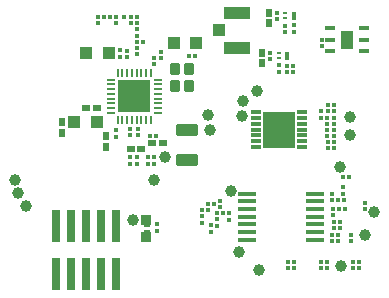
<source format=gtp>
G04 Layer_Color=8421504*
%FSLAX25Y25*%
%MOIN*%
G70*
G01*
G75*
%ADD10R,0.01400X0.01400*%
%ADD11R,0.01400X0.01400*%
%ADD12R,0.02913X0.10984*%
%ADD13R,0.01575X0.00984*%
%ADD14R,0.01575X0.02756*%
%ADD15R,0.02362X0.02559*%
G04:AMPARAMS|DCode=17|XSize=31.89mil|YSize=16.54mil|CornerRadius=2.07mil|HoleSize=0mil|Usage=FLASHONLY|Rotation=180.000|XOffset=0mil|YOffset=0mil|HoleType=Round|Shape=RoundedRectangle|*
%AMROUNDEDRECTD17*
21,1,0.03189,0.01240,0,0,180.0*
21,1,0.02776,0.01654,0,0,180.0*
1,1,0.00413,-0.01388,0.00620*
1,1,0.00413,0.01388,0.00620*
1,1,0.00413,0.01388,-0.00620*
1,1,0.00413,-0.01388,-0.00620*
%
%ADD17ROUNDEDRECTD17*%
G04:AMPARAMS|DCode=18|XSize=61.81mil|YSize=16.14mil|CornerRadius=2.02mil|HoleSize=0mil|Usage=FLASHONLY|Rotation=0.000|XOffset=0mil|YOffset=0mil|HoleType=Round|Shape=RoundedRectangle|*
%AMROUNDEDRECTD18*
21,1,0.06181,0.01211,0,0,0.0*
21,1,0.05778,0.01614,0,0,0.0*
1,1,0.00404,0.02889,-0.00605*
1,1,0.00404,-0.02889,-0.00605*
1,1,0.00404,-0.02889,0.00605*
1,1,0.00404,0.02889,0.00605*
%
%ADD18ROUNDEDRECTD18*%
%ADD19R,0.10630X0.12205*%
%ADD20R,0.03347X0.01181*%
%ADD21R,0.03937X0.03937*%
%ADD22R,0.08661X0.04134*%
%ADD23R,0.04134X0.03937*%
%ADD24R,0.02559X0.02362*%
%ADD25C,0.03937*%
%ADD26R,0.03740X0.03543*%
G04:AMPARAMS|DCode=27|XSize=39.37mil|YSize=70.87mil|CornerRadius=4.92mil|HoleSize=0mil|Usage=FLASHONLY|Rotation=270.000|XOffset=0mil|YOffset=0mil|HoleType=Round|Shape=RoundedRectangle|*
%AMROUNDEDRECTD27*
21,1,0.03937,0.06102,0,0,270.0*
21,1,0.02953,0.07087,0,0,270.0*
1,1,0.00984,-0.03051,-0.01476*
1,1,0.00984,-0.03051,0.01476*
1,1,0.00984,0.03051,0.01476*
1,1,0.00984,0.03051,-0.01476*
%
%ADD27ROUNDEDRECTD27*%
G04:AMPARAMS|DCode=28|XSize=37.4mil|YSize=33.47mil|CornerRadius=3.35mil|HoleSize=0mil|Usage=FLASHONLY|Rotation=90.000|XOffset=0mil|YOffset=0mil|HoleType=Round|Shape=RoundedRectangle|*
%AMROUNDEDRECTD28*
21,1,0.03740,0.02677,0,0,90.0*
21,1,0.03071,0.03347,0,0,90.0*
1,1,0.00669,0.01339,0.01535*
1,1,0.00669,0.01339,-0.01535*
1,1,0.00669,-0.01339,-0.01535*
1,1,0.00669,-0.01339,0.01535*
%
%ADD28ROUNDEDRECTD28*%
G04:AMPARAMS|DCode=29|XSize=8.66mil|YSize=29.92mil|CornerRadius=2.17mil|HoleSize=0mil|Usage=FLASHONLY|Rotation=180.000|XOffset=0mil|YOffset=0mil|HoleType=Round|Shape=RoundedRectangle|*
%AMROUNDEDRECTD29*
21,1,0.00866,0.02559,0,0,180.0*
21,1,0.00433,0.02992,0,0,180.0*
1,1,0.00433,-0.00217,0.01280*
1,1,0.00433,0.00217,0.01280*
1,1,0.00433,0.00217,-0.01280*
1,1,0.00433,-0.00217,-0.01280*
%
%ADD29ROUNDEDRECTD29*%
G04:AMPARAMS|DCode=30|XSize=8.66mil|YSize=29.92mil|CornerRadius=2.17mil|HoleSize=0mil|Usage=FLASHONLY|Rotation=270.000|XOffset=0mil|YOffset=0mil|HoleType=Round|Shape=RoundedRectangle|*
%AMROUNDEDRECTD30*
21,1,0.00866,0.02559,0,0,270.0*
21,1,0.00433,0.02992,0,0,270.0*
1,1,0.00433,-0.01280,-0.00217*
1,1,0.00433,-0.01280,0.00217*
1,1,0.00433,0.01280,0.00217*
1,1,0.00433,0.01280,-0.00217*
%
%ADD30ROUNDEDRECTD30*%
%ADD31R,0.11024X0.11024*%
%ADD65R,0.04724X0.04724*%
%ADD66R,0.04724X0.04724*%
G36*
X131381Y85092D02*
X127680D01*
Y91076D01*
X131381D01*
Y85092D01*
D02*
G37*
D10*
X81055Y29179D02*
D03*
Y27079D02*
D03*
X87332Y32208D02*
D03*
Y34308D02*
D03*
X106792Y77404D02*
D03*
Y79504D02*
D03*
X104015Y81594D02*
D03*
Y83694D02*
D03*
X111693Y92790D02*
D03*
Y90690D02*
D03*
X108927Y90654D02*
D03*
Y92754D02*
D03*
X106293Y94990D02*
D03*
Y97090D02*
D03*
X52515Y95662D02*
D03*
Y93562D02*
D03*
X46430Y95662D02*
D03*
Y93562D02*
D03*
X135361Y31438D02*
D03*
Y33538D02*
D03*
X126484Y20942D02*
D03*
Y23042D02*
D03*
X124496Y23045D02*
D03*
Y20945D02*
D03*
X130980Y20940D02*
D03*
Y23040D02*
D03*
X124759Y29589D02*
D03*
Y31689D02*
D03*
X124458Y34592D02*
D03*
Y36692D02*
D03*
X128089Y36693D02*
D03*
Y38793D02*
D03*
X123024Y64113D02*
D03*
Y66213D02*
D03*
X121187Y88034D02*
D03*
Y85934D02*
D03*
X84111Y26120D02*
D03*
Y24020D02*
D03*
X90292Y30195D02*
D03*
Y28095D02*
D03*
X59484Y46740D02*
D03*
Y48840D02*
D03*
X66258Y26535D02*
D03*
Y24435D02*
D03*
X53921Y84447D02*
D03*
Y82347D02*
D03*
X59453Y89370D02*
D03*
Y91470D02*
D03*
X57346Y58229D02*
D03*
Y56129D02*
D03*
X52628Y57785D02*
D03*
Y55685D02*
D03*
X56151Y82334D02*
D03*
Y84434D02*
D03*
X86174Y26100D02*
D03*
Y28200D02*
D03*
X125040Y64112D02*
D03*
Y66212D02*
D03*
X59444Y85371D02*
D03*
Y83271D02*
D03*
X65271Y81900D02*
D03*
Y79800D02*
D03*
X59871Y56119D02*
D03*
Y58219D02*
D03*
X63021Y48785D02*
D03*
Y46685D02*
D03*
X65203Y48786D02*
D03*
Y46686D02*
D03*
X57318Y48845D02*
D03*
Y46745D02*
D03*
X120997Y64114D02*
D03*
Y62014D02*
D03*
X67361Y81972D02*
D03*
Y84072D02*
D03*
D11*
X81075Y31192D02*
D03*
X83175D02*
D03*
X109541Y79360D02*
D03*
X111641D02*
D03*
X109697Y11970D02*
D03*
X111797D02*
D03*
X109697Y13980D02*
D03*
X111797D02*
D03*
X120806Y11982D02*
D03*
X122906D02*
D03*
X120804Y13985D02*
D03*
X122904D02*
D03*
X131499Y13808D02*
D03*
X133599D02*
D03*
X131499Y11790D02*
D03*
X133599D02*
D03*
X128860Y31701D02*
D03*
X126760D02*
D03*
X128561Y34567D02*
D03*
X126461D02*
D03*
X109544Y77363D02*
D03*
X111644D02*
D03*
X128065Y42172D02*
D03*
X130165D02*
D03*
X125134Y51972D02*
D03*
X123034D02*
D03*
X125120Y53930D02*
D03*
X123020D02*
D03*
X125110Y55919D02*
D03*
X123010D02*
D03*
X125110Y57927D02*
D03*
X123010D02*
D03*
X125115Y59984D02*
D03*
X123015D02*
D03*
X125114Y62008D02*
D03*
X123014D02*
D03*
X127130Y25337D02*
D03*
X125030D02*
D03*
X86185Y30198D02*
D03*
X88285D02*
D03*
X127131Y27318D02*
D03*
X125031D02*
D03*
X76846Y82734D02*
D03*
X78946D02*
D03*
X59459Y93622D02*
D03*
X57359D02*
D03*
X50542Y95660D02*
D03*
X48442D02*
D03*
X59444Y87370D02*
D03*
X61544D02*
D03*
X55258Y95666D02*
D03*
X57358D02*
D03*
X59460Y95667D02*
D03*
X57360D02*
D03*
X63870Y56091D02*
D03*
X65970D02*
D03*
X83170Y33252D02*
D03*
X85270D02*
D03*
D12*
X37672Y25823D02*
D03*
X32672D02*
D03*
Y9799D02*
D03*
X37672D02*
D03*
X42672Y25823D02*
D03*
X47672D02*
D03*
X52672D02*
D03*
X42672Y9799D02*
D03*
X47672D02*
D03*
X52672D02*
D03*
D13*
X108945Y95183D02*
D03*
Y96955D02*
D03*
X106785Y83624D02*
D03*
Y81852D02*
D03*
D14*
X111701Y96069D02*
D03*
X109541Y82738D02*
D03*
D15*
X101278Y80138D02*
D03*
Y83682D02*
D03*
X103552Y93559D02*
D03*
Y97103D02*
D03*
X62707Y26850D02*
D03*
Y23306D02*
D03*
X34369Y60562D02*
D03*
Y57018D02*
D03*
X49123Y55835D02*
D03*
Y52291D02*
D03*
D17*
X123822Y84147D02*
D03*
Y88084D02*
D03*
Y92021D02*
D03*
X135239D02*
D03*
Y88084D02*
D03*
Y84147D02*
D03*
D18*
X96197Y36769D02*
D03*
Y34210D02*
D03*
Y31651D02*
D03*
Y29092D02*
D03*
Y26533D02*
D03*
Y23974D02*
D03*
Y21415D02*
D03*
X118795D02*
D03*
Y23974D02*
D03*
Y26533D02*
D03*
Y29092D02*
D03*
Y31651D02*
D03*
Y34210D02*
D03*
Y36769D02*
D03*
D19*
X106970Y58083D02*
D03*
D20*
X99293Y52178D02*
D03*
Y54146D02*
D03*
Y56115D02*
D03*
Y58083D02*
D03*
Y60052D02*
D03*
Y62020D02*
D03*
Y63989D02*
D03*
X114647D02*
D03*
Y62020D02*
D03*
Y60052D02*
D03*
Y58083D02*
D03*
Y56115D02*
D03*
Y54146D02*
D03*
Y52178D02*
D03*
D21*
X71758Y86982D02*
D03*
X79238D02*
D03*
X38679Y60566D02*
D03*
X46159D02*
D03*
X50117Y83490D02*
D03*
X42637D02*
D03*
D22*
X92801Y96912D02*
D03*
Y85298D02*
D03*
D23*
X86797Y91105D02*
D03*
D24*
X60964Y51734D02*
D03*
X57420D02*
D03*
X64510Y53455D02*
D03*
X68054D02*
D03*
X46062Y65259D02*
D03*
X42518D02*
D03*
D25*
X68766Y49034D02*
D03*
X138433Y30596D02*
D03*
X65123Y41397D02*
D03*
X135670Y22923D02*
D03*
X91007Y37748D02*
D03*
X100318Y11331D02*
D03*
X127502Y12556D02*
D03*
X83943Y57862D02*
D03*
X58064Y27930D02*
D03*
X93673Y17410D02*
D03*
X83155Y62809D02*
D03*
X99638Y70863D02*
D03*
X95002Y67628D02*
D03*
X22395Y32553D02*
D03*
X94503Y62700D02*
D03*
X18909Y41273D02*
D03*
X19789Y36776D02*
D03*
X130524Y62186D02*
D03*
X130617Y56105D02*
D03*
X127118Y45527D02*
D03*
D26*
X62684Y27883D02*
D03*
Y22371D02*
D03*
D27*
X76209Y48081D02*
D03*
Y57924D02*
D03*
D28*
X72249Y72446D02*
D03*
Y78155D02*
D03*
X76777Y72446D02*
D03*
Y78155D02*
D03*
D29*
X54669Y61347D02*
D03*
X53094D02*
D03*
X57819D02*
D03*
X56244D02*
D03*
Y77095D02*
D03*
X53094D02*
D03*
X54669D02*
D03*
X60968Y61347D02*
D03*
X59394D02*
D03*
X64118D02*
D03*
X62543D02*
D03*
X59394Y77095D02*
D03*
X57819D02*
D03*
X62543D02*
D03*
X60968D02*
D03*
X64118D02*
D03*
D30*
X50732Y65284D02*
D03*
Y63709D02*
D03*
Y70008D02*
D03*
Y71583D02*
D03*
Y66859D02*
D03*
Y68434D02*
D03*
Y73158D02*
D03*
Y74733D02*
D03*
X66480Y63709D02*
D03*
Y65284D02*
D03*
Y66859D02*
D03*
Y71583D02*
D03*
Y73158D02*
D03*
Y68434D02*
D03*
Y70008D02*
D03*
Y74733D02*
D03*
D31*
X58606Y69221D02*
D03*
D65*
X55653Y66269D02*
D03*
X61559D02*
D03*
D66*
X55653Y72173D02*
D03*
X61559D02*
D03*
M02*

</source>
